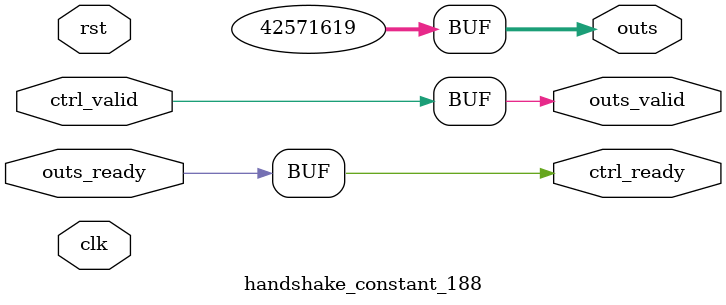
<source format=v>
`timescale 1ns / 1ps
module handshake_constant_188 #(
  parameter DATA_WIDTH = 32  // Default set to 32 bits
) (
  input                       clk,
  input                       rst,
  // Input Channel
  input                       ctrl_valid,
  output                      ctrl_ready,
  // Output Channel
  output [DATA_WIDTH - 1 : 0] outs,
  output                      outs_valid,
  input                       outs_ready
);
  assign outs       = 37'b0111000000010100010011001011101100011;
  assign outs_valid = ctrl_valid;
  assign ctrl_ready = outs_ready;

endmodule

</source>
